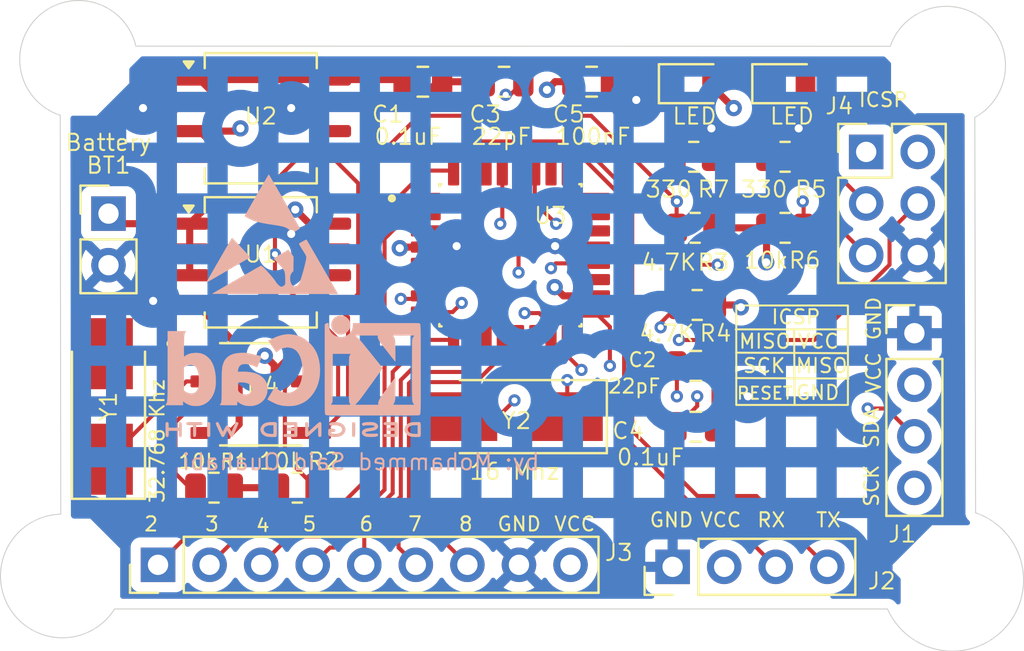
<source format=kicad_pcb>
(kicad_pcb (version 20241229) (generator "pcbnew") (generator_version "9.0")
  (title_block (title "MCU Datalogger") (date "2025-05-17") (rev "1") (company "Mohammed Said Ouahabi"))
  (layers (0 "F.Cu" signal) (4 "In1.Cu" signal) (6 "In2.Cu" signal) (2 "B.Cu" signal) (13 "F.Paste" user) (15 "B.Paste" user) (5 "F.SilkS" user "F.Silkscreen") (7 "B.SilkS" user "B.Silkscreen") (1 "F.Mask" user) (3 "B.Mask" user) (25 "Edge.Cuts" user))
  (net 0 "")
  (net 1 "GND")
  (net 2 "/Vcc")
  (net 3 "Net-(U3-PB6)")
  (net 4 "Net-(U3-PB7)")
  (net 5 "Net-(U3-AREF)")
  (net 6 "Net-(D1-K)")
  (net 7 "/SCK")
  (net 8 "Net-(D2-K)")
  (net 9 "/SDA")
  (net 10 "/RX")
  (net 11 "/TX")
  (net 12 "/D8")
  (net 13 "/D5")
  (net 14 "/D4")
  (net 15 "/D2")
  (net 16 "/D7")
  (net 17 "/D6")
  (net 18 "/D3")
  (net 19 "/MOSI")
  (net 20 "/MISO")
  (net 21 "/RESET")
  (net 22 "Net-(U4-~{INTA})")
  (net 23 "Net-(U4-SQW{slash}~INT)")
  (net 33 "Net-(U4-X1)")
  (net 34 "Net-(U4-X2)")
  (net 35 "/SCL")
  (footprint "Resistor_SMD:R_0805_2012Metric" (layer "F.Cu") (at 152.33 67.2)
    (property "Reference" "R7" (at 0.97 1.6 0) (layer "F.SilkS") (effects (font (size 0.8 0.8) (thickness 0.1))))
    (property "Value" "330" (at -1.23 1.6 0) (layer "F.SilkS") (effects (font (size 0.8 0.8) (thickness 0.1))))
    (pad "1" smd roundrect (at -0.9125 0) (size 1.025 1.4) (layers "F.Cu" "F.Mask" "F.Paste") (roundrect_rratio 0.243902) (net 8 "Net-(D2-K)"))
    (pad "2" smd roundrect (at 0.9125 0) (size 1.025 1.4) (layers "F.Cu" "F.Mask" "F.Paste") (roundrect_rratio 0.243902) (net 1 "GND"))
  )
  (footprint "Resistor_SMD:R_0805_2012Metric" (layer "F.Cu") (at 156.83 70.7)
    (property "Reference" "R6" (at 0.97 1.6 0) (layer "F.SilkS") (effects (font (size 0.8 0.8) (thickness 0.1))))
    (property "Value" "10k" (at -0.93 1.6 0) (layer "F.SilkS") (effects (font (size 0.8 0.8) (thickness 0.1))))
    (pad "1" smd roundrect (at -0.9125 0) (size 1.025 1.4) (layers "F.Cu" "F.Mask" "F.Paste") (roundrect_rratio 0.243902) (net 2 "/Vcc"))
    (pad "2" smd roundrect (at 0.9125 0) (size 1.025 1.4) (layers "F.Cu" "F.Mask" "F.Paste") (roundrect_rratio 0.243902) (net 21 "/RESET"))
  )
  (footprint "Capacitor_SMD:C_0805_2012Metric" (layer "F.Cu") (at 152.43 80.5 180)
    (property "Reference" "C4" (at 3.33 -0.2 0) (layer "F.SilkS") (effects (font (size 0.8 0.8) (thickness 0.1))))
    (property "Value" "0.1uF" (at 2.23 -1.5 0) (layer "F.SilkS") (effects (font (size 0.8 0.8) (thickness 0.1))))
    (pad "1" smd roundrect (at -0.95 0 180) (size 1 1.45) (layers "F.Cu" "F.Mask" "F.Paste") (net 1 "GND"))
    (pad "2" smd roundrect (at 0.95 0 180) (size 1 1.45) (layers "F.Cu" "F.Mask" "F.Paste") (net 5 "Net-(U3-AREF)"))
  )
  (footprint "Connector_PinHeader_2.54mm:PinHeader_1x02_P2.54mm_Vertical" (layer "F.Cu") (at 123.5 70)
    (property "Reference" "BT1" (at 0 -2.38 0) (layer "F.SilkS") (effects (font (size 0.8 0.8) (thickness 0.1))))
    (property "Value" "Battery" (at 0 -3.5 0) (layer "F.SilkS") (effects (font (size 0.8 0.8) (thickness 0.1))))
    (pad "1" thru_hole rect (at 0 0) (size 1.7 1.7) (drill 1) (layers "*.Cu" "*.Mask") (net 2 "/Vcc"))
    (pad "2" thru_hole circle (at 0 2.54) (size 1.7 1.7) (drill 1) (layers "*.Cu" "*.Mask") (net 1 "GND"))
  )
  (footprint "Crystal:Crystal_SMD_5032-2Pin_5.0x3.2mm_HandSoldering" (layer "F.Cu") (at 143.5 80 180)
    (property "Reference" "Y2" (at -0.1 -0.2 0) (layer "F.SilkS") (effects (font (size 0.8 0.8) (thickness 0.1))))
    (property "Value" "16 Mhz" (at 0 -2.7 0) (layer "F.SilkS") (effects (font (size 0.8 0.8) (thickness 0.1))))
    (pad "1" smd rect (at -2.6 0 180) (size 3.5 2.4) (layers "F.Cu" "F.Mask" "F.Paste") (net 4 "Net-(U3-PB7)"))
    (pad "2" smd rect (at 2.6 0 180) (size 3.5 2.4) (layers "F.Cu" "F.Mask" "F.Paste") (net 3 "Net-(U3-PB6)"))
  )
  (footprint "LED_SMD:LED_0805_2012Metric" (layer "F.Cu") (at 152.3 63.6)
    (property "Reference" "D2" (hide yes))
    (property "Value" "LED" (at 0.07 1.6 0) (layer "F.SilkS") (effects (font (size 0.8 0.8) (thickness 0.1))))
    (pad "1" smd roundrect (at -0.9375 0) (size 0.975 1.4) (layers "F.Cu" "F.Mask" "F.Paste") (net 8 "Net-(D2-K)"))
    (pad "2" smd roundrect (at 0.9375 0) (size 0.975 1.4) (layers "F.Cu" "F.Mask" "F.Paste") (net 2 "/Vcc"))
  )
  (footprint "Package_SO:SOIC-8_5.3x6.2mm_P1.27mm" (layer "F.Cu") (at 131 72.4)
    (property "Reference" "U1" (at 0 -0.4 0) (layer "F.SilkS") (effects (font (size 0.8 0.8) (thickness 0.1))))
    (property "Value" "24LC1025" (hide yes))
    (pad "1" smd roundrect (at -3.5 -1.905) (size 1.9 0.6) (layers "F.Cu" "F.Mask" "F.Paste") (net 2 "/Vcc"))
    (pad "2" smd roundrect (at -3.5 -0.635) (size 1.9 0.6) (layers "F.Cu" "F.Mask" "F.Paste") (net 2 "/Vcc"))
    (pad "3" smd roundrect (at -3.5 0.635) (size 1.9 0.6) (layers "F.Cu" "F.Mask" "F.Paste") (net 2 "/Vcc"))
    (pad "4" smd roundrect (at -3.5 1.905) (size 1.9 0.6) (layers "F.Cu" "F.Mask" "F.Paste") (net 1 "GND"))
    (pad "5" smd roundrect (at 3.5 1.905) (size 1.9 0.6) (layers "F.Cu" "F.Mask" "F.Paste") (net 9 "/SDA"))
    (pad "6" smd roundrect (at 3.5 0.635) (size 1.9 0.6) (layers "F.Cu" "F.Mask" "F.Paste") (net 35 "/SCL"))
    (pad "7" smd roundrect (at 3.5 -0.635) (size 1.9 0.6) (layers "F.Cu" "F.Mask" "F.Paste") (net 1 "GND"))
    (pad "8" smd roundrect (at 3.5 -1.905) (size 1.9 0.6) (layers "F.Cu" "F.Mask" "F.Paste") (net 2 "/Vcc"))
  )
  (footprint "Connector_PinHeader_2.54mm:PinHeader_1x04_P2.54mm_Vertical" (layer "F.Cu") (at 163.2 75.89)
    (property "Reference" "J1" (at -0.6 9.9 0) (layer "F.SilkS") (effects (font (size 0.8 0.8) (thickness 0.1))))
    (property "Value" "Conn_01x04_Pin" (hide yes))
    (pad "1" thru_hole rect (at 0 0) (size 1.7 1.7) (drill 1) (layers "*.Cu" "*.Mask") (net 1 "GND"))
    (pad "2" thru_hole circle (at 0 2.54) (size 1.7 1.7) (drill 1) (layers "*.Cu" "*.Mask") (net 2 "/Vcc"))
    (pad "3" thru_hole circle (at 0 5.08) (size 1.7 1.7) (drill 1) (layers "*.Cu" "*.Mask") (net 9 "/SDA"))
    (pad "4" thru_hole circle (at 0 7.62) (size 1.7 1.7) (drill 1) (layers "*.Cu" "*.Mask") (net 35 "/SCL"))
  )
  (footprint "Crystal:Crystal_SMD_5032-2Pin_5.0x3.2mm_HandSoldering" (layer "F.Cu") (at 123.5 79.5 90)
    (property "Reference" "Y1" (at 0 0 90) (layer "F.SilkS") (effects (font (size 0.8 0.8) (thickness 0.1))))
    (property "Value" "32.768 Khz" (at -1.7 2.4 90) (layer "F.SilkS") (effects (font (size 0.7 0.7) (thickness 0.1))))
    (pad "1" smd rect (at -2.6 0 90) (size 3.5 2.4) (layers "F.Cu" "F.Mask" "F.Paste") (net 34 "Net-(U4-X2)"))
    (pad "2" smd rect (at 2.6 0 90) (size 3.5 2.4) (layers "F.Cu" "F.Mask" "F.Paste") (net 33 "Net-(U4-X1)"))
  )
  (footprint "Connector_PinHeader_2.54mm:PinHeader_1x04_P2.54mm_Vertical" (layer "F.Cu") (at 151.29 87.4 90)
    (property "Reference" "J2" (at -0.7 10.3 180) (layer "F.SilkS") (effects (font (size 0.8 0.8) (thickness 0.1))))
    (property "Value" "Conn_01x04_Pin" (hide yes))
    (pad "1" thru_hole rect (at 0 0 90) (size 1.7 1.7) (drill 1) (layers "*.Cu" "*.Mask") (net 1 "GND"))
    (pad "2" thru_hole circle (at 0 2.54 90) (size 1.7 1.7) (drill 1) (layers "*.Cu" "*.Mask") (net 2 "/Vcc"))
    (pad "3" thru_hole circle (at 0 5.08 90) (size 1.7 1.7) (drill 1) (layers "*.Cu" "*.Mask") (net 10 "/RX"))
    (pad "4" thru_hole circle (at 0 7.62 90) (size 1.7 1.7) (drill 1) (layers "*.Cu" "*.Mask") (net 11 "/TX"))
  )
  (footprint "ATMEGA328P-AU:QFP80P900X900X120-32N" (layer "F.Cu") (at 143.3 72.05)
    (property "Reference" "U3" (at 1.97 -1.95 0) (layer "F.SilkS") (effects (font (size 0.8 0.8) (thickness 0.1))))
    (property "Value" "ATMEGA328P-AU" (hide yes))
    (pad "1" smd roundrect (at -4.17 -2.8) (size 1.47 0.55) (layers "F.Cu" "F.Mask" "F.Paste") (roundrect_rratio 0.125) (net 18 "/D3"))
    (pad "2" smd roundrect (at -4.17 -2) (size 1.47 0.55) (layers "F.Cu" "F.Mask" "F.Paste") (roundrect_rratio 0.125) (net 14 "/D4"))
    (pad "3" smd roundrect (at -4.17 -1.2) (size 1.47 0.55) (layers "F.Cu" "F.Mask" "F.Paste") (roundrect_rratio 0.125) (net 1 "GND"))
    (pad "4" smd roundrect (at -4.17 -0.4) (size 1.47 0.55) (layers "F.Cu" "F.Mask" "F.Paste") (roundrect_rratio 0.125) (net 2 "/Vcc"))
    (pad "5" smd roundrect (at -4.17 0.4) (size 1.47 0.55) (layers "F.Cu" "F.Mask" "F.Paste") (roundrect_rratio 0.125) (net 1 "GND"))
    (pad "6" smd roundrect (at -4.17 1.2) (size 1.47 0.55) (layers "F.Cu" "F.Mask" "F.Paste") (roundrect_rratio 0.125))
    (pad "7" smd roundrect (at -4.17 2) (size 1.47 0.55) (layers "F.Cu" "F.Mask" "F.Paste") (roundrect_rratio 0.125) (net 3 "Net-(U3-PB6)"))
    (pad "8" smd roundrect (at -4.17 2.8) (size 1.47 0.55) (layers "F.Cu" "F.Mask" "F.Paste") (roundrect_rratio 0.125) (net 4 "Net-(U3-PB7)"))
    (pad "9" smd roundrect (at -2.8 4.17) (size 0.55 1.47) (layers "F.Cu" "F.Mask" "F.Paste") (roundrect_rratio 0.125) (net 13 "/D5"))
    (pad "10" smd roundrect (at -2 4.17) (size 0.55 1.47) (layers "F.Cu" "F.Mask" "F.Paste") (roundrect_rratio 0.125) (net 17 "/D6"))
    (pad "11" smd roundrect (at -1.2 4.17) (size 0.55 1.47) (layers "F.Cu" "F.Mask" "F.Paste") (roundrect_rratio 0.125) (net 16 "/D7"))
    (pad "12" smd roundrect (at -0.4 4.17) (size 0.55 1.47) (layers "F.Cu" "F.Mask" "F.Paste") (roundrect_rratio 0.125) (net 12 "/D8"))
    (pad "13" smd roundrect (at 0.4 4.17) (size 0.55 1.47) (layers "F.Cu" "F.Mask" "F.Paste") (roundrect_rratio 0.125))
    (pad "14" smd roundrect (at 1.2 4.17) (size 0.55 1.47) (layers "F.Cu" "F.Mask" "F.Paste") (roundrect_rratio 0.125))
    (pad "15" smd roundrect (at 2 4.17) (size 0.55 1.47) (layers "F.Cu" "F.Mask" "F.Paste") (roundrect_rratio 0.125) (net 19 "/MOSI"))
    (pad "16" smd roundrect (at 2.8 4.17) (size 0.55 1.47) (layers "F.Cu" "F.Mask" "F.Paste") (roundrect_rratio 0.125) (net 20 "/MISO"))
    (pad "17" smd roundrect (at 4.17 2.8) (size 1.47 0.55) (layers "F.Cu" "F.Mask" "F.Paste") (roundrect_rratio 0.125) (net 7 "/SCK"))
    (pad "18" smd roundrect (at 4.17 2) (size 1.47 0.55) (layers "F.Cu" "F.Mask" "F.Paste") (roundrect_rratio 0.125) (net 2 "/Vcc"))
    (pad "19" smd roundrect (at 4.17 1.2) (size 1.47 0.55) (layers "F.Cu" "F.Mask" "F.Paste") (roundrect_rratio 0.125))
    (pad "20" smd roundrect (at 4.17 0.4) (size 1.47 0.55) (layers "F.Cu" "F.Mask" "F.Paste") (roundrect_rratio 0.125) (net 5 "Net-(U3-AREF)"))
    (pad "21" smd roundrect (at 4.17 -0.4) (size 1.47 0.55) (layers "F.Cu" "F.Mask" "F.Paste") (roundrect_rratio 0.125) (net 1 "GND"))
    (pad "22" smd roundrect (at 4.17 -1.2) (size 1.47 0.55) (layers "F.Cu" "F.Mask" "F.Paste") (roundrect_rratio 0.125))
    (pad "23" smd roundrect (at 4.17 -2) (size 1.47 0.55) (layers "F.Cu" "F.Mask" "F.Paste") (roundrect_rratio 0.125))
    (pad "24" smd roundrect (at 4.17 -2.8) (size 1.47 0.55) (layers "F.Cu" "F.Mask" "F.Paste") (roundrect_rratio 0.125))
    (pad "25" smd roundrect (at 2.8 -4.17) (size 0.55 1.47) (layers "F.Cu" "F.Mask" "F.Paste") (roundrect_rratio 0.125))
    (pad "26" smd roundrect (at 2 -4.17) (size 0.55 1.47) (layers "F.Cu" "F.Mask" "F.Paste") (roundrect_rratio 0.125))
    (pad "27" smd roundrect (at 1.2 -4.17) (size 0.55 1.47) (layers "F.Cu" "F.Mask" "F.Paste") (roundrect_rratio 0.125) (net 9 "/SDA"))
    (pad "28" smd roundrect (at 0.4 -4.17) (size 0.55 1.47) (layers "F.Cu" "F.Mask" "F.Paste") (roundrect_rratio 0.125) (net 35 "/SCL"))
    (pad "29" smd roundrect (at -0.4 -4.17) (size 0.55 1.47) (layers "F.Cu" "F.Mask" "F.Paste") (roundrect_rratio 0.125) (net 21 "/RESET"))
    (pad "30" smd roundrect (at -1.2 -4.17) (size 0.55 1.47) (layers "F.Cu" "F.Mask" "F.Paste") (roundrect_rratio 0.125) (net 10 "/RX"))
    (pad "31" smd roundrect (at -2 -4.17) (size 0.55 1.47) (layers "F.Cu" "F.Mask" "F.Paste") (roundrect_rratio 0.125) (net 11 "/TX"))
    (pad "32" smd roundrect (at -2.8 -4.17) (size 0.55 1.47) (layers "F.Cu" "F.Mask" "F.Paste") (roundrect_rratio 0.125) (net 15 "/D2"))
  )
  (footprint "Connector_PinHeader_2.54mm:PinHeader_1x09_P2.54mm_Vertical" (layer "F.Cu") (at 125.94 87.3 90)
    (property "Reference" "J3" (at 0.6 22.7 0) (layer "F.SilkS") (effects (font (size 0.8 0.8) (thickness 0.1))))
    (property "Value" "Conn_01x09_Pin" (hide yes))
    (pad "1" thru_hole rect (at 0 0 90) (size 1.7 1.7) (drill 1) (layers "*.Cu" "*.Mask") (net 15 "/D2"))
    (pad "2" thru_hole circle (at 0 2.54 90) (size 1.7 1.7) (drill 1) (layers "*.Cu" "*.Mask") (net 18 "/D3"))
    (pad "3" thru_hole circle (at 0 5.08 90) (size 1.7 1.7) (drill 1) (layers "*.Cu" "*.Mask") (net 14 "/D4"))
    (pad "4" thru_hole circle (at 0 7.62 90) (size 1.7 1.7) (drill 1) (layers "*.Cu" "*.Mask") (net 13 "/D5"))
    (pad "5" thru_hole circle (at 0 10.16 90) (size 1.7 1.7) (drill 1) (layers "*.Cu" "*.Mask") (net 17 "/D6"))
    (pad "6" thru_hole circle (at 0 12.7 90) (size 1.7 1.7) (drill 1) (layers "*.Cu" "*.Mask") (net 16 "/D7"))
    (pad "7" thru_hole circle (at 0 15.24 90) (size 1.7 1.7) (drill 1) (layers "*.Cu" "*.Mask") (net 12 "/D8"))
    (pad "8" thru_hole circle (at 0 17.78 90) (size 1.7 1.7) (drill 1) (layers "*.Cu" "*.Mask") (net 1 "GND"))
    (pad "9" thru_hole circle (at 0 20.32 90) (size 1.7 1.7) (drill 1) (layers "*.Cu" "*.Mask") (net 2 "/Vcc"))
  )
  (footprint "Capacitor_SMD:C_0805_2012Metric" (layer "F.Cu") (at 142.986058 63.502699)
    (property "Reference" "C3" (at -0.93 1.6 0) (layer "F.SilkS") (effects (font (size 0.8 0.8) (thickness 0.1))))
    (property "Value" "22pF" (at -0.13 2.7 0) (layer "F.SilkS") (effects (font (size 0.8 0.8) (thickness 0.1))))
    (pad "1" smd roundrect (at -0.95 0) (size 1 1.45) (layers "F.Cu" "F.Mask" "F.Paste") (net 1 "GND"))
    (pad "2" smd roundrect (at 0.95 0) (size 1 1.45) (layers "F.Cu" "F.Mask" "F.Paste") (net 4 "Net-(U3-PB7)"))
  )
  (footprint "Resistor_SMD:R_0805_2012Metric" (layer "F.Cu") (at 152.4 70.7 180)
    (property "Reference" "R3" (at -0.9 -1.7 0) (layer "F.SilkS") (effects (font (size 0.8 0.8) (thickness 0.1))))
    (property "Value" "4.7K" (at 1.3 -1.7 0) (layer "F.SilkS") (effects (font (size 0.8 0.8) (thickness 0.1))))
    (pad "1" smd roundrect (at -0.9125 0 180) (size 1.025 1.4) (layers "F.Cu" "F.Mask" "F.Paste") (roundrect_rratio 0.243902) (net 2 "/Vcc"))
    (pad "2" smd roundrect (at 0.9125 0 180) (size 1.025 1.4) (layers "F.Cu" "F.Mask" "F.Paste") (roundrect_rratio 0.243902) (net 9 "/SDA"))
  )
  (footprint "Connector_PinHeader_2.54mm:PinHeader_2x03_P2.54mm_Vertical" (layer "F.Cu") (at 160.825 66.96)
    (property "Reference" "J4" (at -1.325 -2.26 0) (layer "F.SilkS") (effects (font (size 0.8 0.8) (thickness 0.1))))
    (property "Value" "Conn_02x03_Odd_Even" (hide yes))
    (pad "1" thru_hole rect (at 0 0) (size 1.7 1.7) (drill 1) (layers "*.Cu" "*.Mask") (net 20 "/MISO"))
    (pad "2" thru_hole circle (at 2.54 0) (size 1.7 1.7) (drill 1) (layers "*.Cu" "*.Mask") (net 2 "/Vcc"))
    (pad "3" thru_hole circle (at 0 2.54) (size 1.7 1.7) (drill 1) (layers "*.Cu" "*.Mask") (net 7 "/SCK"))
    (pad "4" thru_hole circle (at 2.54 2.54) (size 1.7 1.7) (drill 1) (layers "*.Cu" "*.Mask") (net 19 "/MOSI"))
    (pad "5" thru_hole circle (at 0 5.08) (size 1.7 1.7) (drill 1) (layers "*.Cu" "*.Mask") (net 21 "/RESET"))
    (pad "6" thru_hole circle (at 2.54 5.08) (size 1.7 1.7) (drill 1) (layers "*.Cu" "*.Mask") (net 1 "GND"))
  )
  (footprint "MountingHole:MountingHole_2.1mm" (layer "F.Cu") (at 122 62.5)
    (property "Reference" "H1" (hide yes))
    (property "Value" "MountingHole" (hide yes))
    (pad "" np_thru_hole circle (at 0 0) (size 2.1 2.1) (drill 2.1) (layers "*.Cu" "*.Mask"))
  )
  (footprint "Capacitor_SMD:C_0805_2012Metric" (layer "F.Cu") (at 152.43 77.5 180)
    (property "Reference" "C2" (at 2.63 0.3 0) (layer "F.SilkS") (effects (font (size 0.7 0.7) (thickness 0.1))))
    (property "Value" "22pF" (at 3.03 -1 0) (layer "F.SilkS") (effects (font (size 0.7 0.7) (thickness 0.1))))
    (pad "1" smd roundrect (at -0.95 0 180) (size 1 1.45) (layers "F.Cu" "F.Mask" "F.Paste") (net 1 "GND"))
    (pad "2" smd roundrect (at 0.95 0 180) (size 1 1.45) (layers "F.Cu" "F.Mask" "F.Paste") (net 3 "Net-(U3-PB6)"))
  )
  (footprint "MountingHole:MountingHole_2.1mm" (layer "F.Cu") (at 165 88)
    (property "Reference" "H4" (hide yes))
    (property "Value" "MountingHole" (hide yes))
    (pad "" np_thru_hole circle (at 0 0) (size 2.1 2.1) (drill 2.1) (layers "*.Cu" "*.Mask"))
  )
  (footprint "Package_SO:SOIC-8_5.3x6.2mm_P1.27mm" (layer "F.Cu") (at 131 65.3)
    (property "Reference" "U2" (at 0 -0.1 0) (layer "F.SilkS") (effects (font (size 0.8 0.8) (thickness 0.1))))
    (property "Value" "24LC1025" (hide yes))
    (pad "1" smd roundrect (at -3.5 -1.905) (size 1.9 0.6) (layers "F.Cu" "F.Mask" "F.Paste") (net 2 "/Vcc"))
    (pad "2" smd roundrect (at -3.5 -0.635) (size 1.9 0.6) (layers "F.Cu" "F.Mask" "F.Paste") (net 1 "GND"))
    (pad "3" smd roundrect (at -3.5 0.635) (size 1.9 0.6) (layers "F.Cu" "F.Mask" "F.Paste") (net 2 "/Vcc"))
    (pad "4" smd roundrect (at -3.5 1.905) (size 1.9 0.6) (layers "F.Cu" "F.Mask" "F.Paste") (net 1 "GND"))
    (pad "5" smd roundrect (at 3.5 1.905) (size 1.9 0.6) (layers "F.Cu" "F.Mask" "F.Paste") (net 9 "/SDA"))
    (pad "6" smd roundrect (at 3.5 0.635) (size 1.9 0.6) (layers "F.Cu" "F.Mask" "F.Paste") (net 35 "/SCL"))
    (pad "7" smd roundrect (at 3.5 -0.635) (size 1.9 0.6) (layers "F.Cu" "F.Mask" "F.Paste") (net 1 "GND"))
    (pad "8" smd roundrect (at 3.5 -1.905) (size 1.9 0.6) (layers "F.Cu" "F.Mask" "F.Paste") (net 2 "/Vcc"))
  )
  (footprint "Resistor_SMD:R_0805_2012Metric" (layer "F.Cu") (at 132.8 83.5)
    (property "Reference" "R2" (at 1.3 -1.3 0) (layer "F.SilkS") (effects (font (size 0.8 0.8) (thickness 0.1))))
    (property "Value" "10k" (at -0.8 -1.3 0) (layer "F.SilkS") (effects (font (size 0.8 0.8) (thickness 0.1))))
    (pad "1" smd roundrect (at -0.9125 0) (size 1.025 1.4) (layers "F.Cu" "F.Mask" "F.Paste") (roundrect_rratio 0.243902) (net 2 "/Vcc"))
    (pad "2" smd roundrect (at 0.9125 0) (size 1.025 1.4) (layers "F.Cu" "F.Mask" "F.Paste") (roundrect_rratio 0.243902) (net 23 "Net-(U4-SQW{slash}~INT)"))
  )
  (footprint "MountingHole:MountingHole_2.1mm" (layer "F.Cu") (at 165 62.5)
    (property "Reference" "H3" (hide yes))
    (property "Value" "MountingHole" (hide yes))
    (pad "" np_thru_hole circle (at 0 0) (size 2.1 2.1) (drill 2.1) (layers "*.Cu" "*.Mask"))
  )
  (footprint "Resistor_SMD:R_0805_2012Metric" (layer "F.Cu") (at 156.83 67.2 180)
    (property "Reference" "R5" (at -1.27 -1.6 0) (layer "F.SilkS") (effects (font (size 0.8 0.8) (thickness 0.1))))
    (property "Value" "330" (at 1.03 -1.6 0) (layer "F.SilkS") (effects (font (size 0.8 0.8) (thickness 0.1))))
    (pad "1" smd roundrect (at -0.9125 0 180) (size 1.025 1.4) (layers "F.Cu" "F.Mask" "F.Paste") (roundrect_rratio 0.243902) (net 1 "GND"))
    (pad "2" smd roundrect (at 0.9125 0 180) (size 1.025 1.4) (layers "F.Cu" "F.Mask" "F.Paste") (roundrect_rratio 0.243902) (net 6 "Net-(D1-K)"))
  )
  (footprint "DS1337S_:SOIC127P600X175-8N" (layer "F.Cu") (at 131 78.9)
    (property "Reference" "U4" (at 0.1 -0.4 0) (layer "F.SilkS") (effects (font (size 0.8 0.8) (thickness 0.1))))
    (property "Value" "DS1337S_" (hide yes))
    (pad "1" smd roundrect (at -2.475 -1.905) (size 1.97 0.59) (layers "F.Cu" "F.Mask" "F.Paste") (roundrect_rratio 0.125) (net 33 "Net-(U4-X1)"))
    (pad "2" smd roundrect (at -2.475 -0.635) (size 1.97 0.59) (layers "F.Cu" "F.Mask" "F.Paste") (roundrect_rratio 0.125) (net 34 "Net-(U4-X2)"))
    (pad "3" smd roundrect (at -2.475 0.635) (size 1.97 0.59) (layers "F.Cu" "F.Mask" "F.Paste") (roundrect_rratio 0.125) (net 22 "Net-(U4-~{INTA})"))
    (pad "4" smd roundrect (at -2.475 1.905) (size 1.97 0.59) (layers "F.Cu" "F.Mask" "F.Paste") (roundrect_rratio 0.125) (net 1 "GND"))
    (pad "5" smd roundrect (at 2.475 1.905) (size 1.97 0.59) (layers "F.Cu" "F.Mask" "F.Paste") (roundrect_rratio 0.125) (net 9 "/SDA"))
    (pad "6" smd roundrect (at 2.475 0.635) (size 1.97 0.59) (layers "F.Cu" "F.Mask" "F.Paste") (roundrect_rratio 0.125) (net 35 "/SCL"))
    (pad "7" smd roundrect (at 2.475 -0.635) (size 1.97 0.59) (layers "F.Cu" "F.Mask" "F.Paste") (roundrect_rratio 0.125) (net 23 "Net-(U4-SQW{slash}~INT)"))
    (pad "8" smd roundrect (at 2.475 -1.905) (size 1.97 0.59) (layers "F.Cu" "F.Mask" "F.Paste") (roundrect_rratio 0.125) (net 2 "/Vcc"))
  )
  (footprint "MountingHole:MountingHole_2.1mm" (layer "F.Cu") (at 121.5 87.5)
    (property "Reference" "H2" (hide yes))
    (property "Value" "MountingHole" (hide yes))
    (pad "" np_thru_hole circle (at 0 0) (size 2.1 2.1) (drill 2.1) (layers "*.Cu" "*.Mask"))
  )
  (footprint "Resistor_SMD:R_0805_2012Metric" (layer "F.Cu") (at 128.7 83.5 180)
    (property "Reference" "R1" (at -1 1.3 0) (layer "F.SilkS") (effects (font (size 0.7 0.7) (thickness 0.1))))
    (property "Value" "10k" (at 0.8 1.3 0) (layer "F.SilkS") (effects (font (size 0.7 0.7) (thickness 0.1))))
    (pad "1" smd roundrect (at -0.9125 0 180) (size 1.025 1.4) (layers "F.Cu" "F.Mask" "F.Paste") (roundrect_rratio 0.243902) (net 2 "/Vcc"))
    (pad "2" smd roundrect (at 0.9125 0 180) (size 1.025 1.4) (layers "F.Cu" "F.Mask" "F.Paste") (roundrect_rratio 0.243902) (net 22 "Net-(U4-~{INTA})"))
  )
  (footprint "LED_SMD:LED_0805_2012Metric" (layer "F.Cu") (at 156.9 63.6)
    (property "Reference" "D1" (hide yes))
    (property "Value" "LED" (at 0.27 1.6 0) (layer "F.SilkS") (effects (font (size 0.8 0.8) (thickness 0.1))))
    (pad "1" smd roundrect (at -0.9375 0) (size 0.975 1.4) (layers "F.Cu" "F.Mask" "F.Paste") (net 6 "Net-(D1-K)"))
    (pad "2" smd roundrect (at 0.9375 0) (size 0.975 1.4) (layers "F.Cu" "F.Mask" "F.Paste") (net 7 "/SCK"))
  )
  (footprint "Capacitor_SMD:C_0805_2012Metric" (layer "F.Cu") (at 138.986058 63.502699)
    (property "Reference" "C1" (at -1.73 1.6 0) (layer "F.SilkS") (effects (font (size 0.8 0.8) (thickness 0.1))))
    (property "Value" "0.1uF" (at -0.73 2.7 0) (layer "F.SilkS") (effects (font (size 0.8 0.8) (thickness 0.1))))
    (pad "1" smd roundrect (at -0.95 0) (size 1 1.45) (layers "F.Cu" "F.Mask" "F.Paste") (net 2 "/Vcc"))
    (pad "2" smd roundrect (at 0.95 0) (size 1 1.45) (layers "F.Cu" "F.Mask" "F.Paste") (net 1 "GND"))
  )
  (footprint "Capacitor_SMD:C_0805_2012Metric" (layer "F.Cu") (at 147.3 63.5)
    (property "Reference" "C5" (at -1.13 1.6 0) (layer "F.SilkS") (effects (font (size 0.8 0.8) (thickness 0.1))))
    (property "Value" "100nF" (at 0.07 2.7 0) (layer "F.SilkS") (effects (font (size 0.8 0.8) (thickness 0.1))))
    (pad "1" smd roundrect (at -0.95 0) (size 1 1.45) (layers "F.Cu" "F.Mask" "F.Paste") (net 2 "/Vcc"))
    (pad "2" smd roundrect (at 0.95 0) (size 1 1.45) (layers "F.Cu" "F.Mask" "F.Paste") (net 1 "GND"))
  )
  (footprint "Resistor_SMD:R_0805_2012Metric" (layer "F.Cu") (at 152.5 74.5 180)
    (property "Reference" "R4" (at -0.9 -1.4 0) (layer "F.SilkS") (effects (font (size 0.8 0.8) (thickness 0.1))))
    (property "Value" "4.7K" (at 1.5 -1.4 0) (layer "F.SilkS") (effects (font (size 0.8 0.8) (thickness 0.1))))
    (pad "1" smd roundrect (at -0.9125 0 180) (size 1.025 1.4) (layers "F.Cu" "F.Mask" "F.Paste") (roundrect_rratio 0.243902) (net 2 "/Vcc"))
    (pad "2" smd roundrect (at 0.9125 0 180) (size 1.025 1.4) (layers "F.Cu" "F.Mask" "F.Paste") (roundrect_rratio 0.243902) (net 35 "/SCL"))
  )
  (footprint "Symbol:KiCad-Logo2_5mm_SilkScreen" (layer "B.Cu") (at 132.6 78 180)
    (property "Reference" "REF**" (hide yes))
    (property "Value" "KiCad-Logo2_5mm_SilkScreen" (hide yes))
  )
  (footprint "Symbol:ESD-Logo_6.6x6mm_SilkScreen" (layer "B.Cu") (at 131.55 71 180)
    (property "Reference" "REF**" (hide yes))
    (property "Value" "ESD-Logo_6.6x6mm_SilkScreen" (hide yes))
  )
  (gr_line (start 154.425 78.1) (end 159.95 78.125) (stroke (width 0.1)) (layer "F.SilkS"))
  (gr_line (start 157.275 75.725) (end 157.3 79.425) (stroke (width 0.1)) (layer "F.SilkS"))
  (gr_line (start 154.425 76.85) (end 159.925 76.875) (stroke (width 0.1)) (layer "F.SilkS"))
  (gr_line (start 154.4 75.7) (end 159.925 75.7) (stroke (width 0.1)) (layer "F.SilkS"))
  (gr_rect (start 154.425 74.525) (end 159.925 79.425) (stroke (width 0.1)) (fill no) (layer "F.SilkS"))
  (gr_arc (start 166.215254 84.737834) (mid 167.657794 90.41639) (end 161.875 89.475) (stroke (width 0.05)) (layer "Edge.Cuts"))
  (gr_arc (start 123.8 89.475) (mid 118.57752 89.354028) (end 121.147614 84.806111) (stroke (width 0.05)) (layer "Edge.Cuts"))
  (gr_arc (start 162.011532 61.756523) (mid 166.65 60.475) (end 166.174382 65.263681) (stroke (width 0.05)) (layer "Edge.Cuts"))
  (gr_line (start 162.011532 61.756525) (end 124.85 61.750002) (stroke (width 0.05)) (layer "Edge.Cuts"))
  (gr_line (start 166.215254 84.737834) (end 166.175 65.263681) (stroke (width 0.05)) (layer "Edge.Cuts"))
  (gr_line (start 123.8 89.474998) (end 161.875002 89.474998) (stroke (width 0.05)) (layer "Edge.Cuts"))
  (gr_arc (start 121.123357 65.155025) (mid 120.069655 60.259965) (end 124.85 61.75) (stroke (width 0.05)) (layer "Edge.Cuts"))
  (gr_line (start 121.125001 65.15) (end 121.147636 84.806111) (stroke (width 0.05)) (layer "Edge.Cuts"))
  (gr_text "GND" (at 157.3 79.225 0) (layer "F.SilkS") (effects (font (size 0.7 0.7) (thickness 0.1)) (justify left bottom)))
  (gr_text "ICSP" (at 160.4 64.8 0) (layer "F.SilkS") (effects (font (size 0.7 0.7) (thickness 0.1)) (justify left bottom)))
  (gr_text "2" (at 125.2 85.7 0) (layer "F.SilkS") (effects (font (size 0.7 0.7) (thickness 0.1)) (justify left bottom)))
  (gr_text "3" (at 128.2 85.7 0) (layer "F.SilkS") (effects (font (size 0.7 0.7) (thickness 0.1)) (justify left bottom)))
  (gr_text "7" (at 138.2 85.7 0) (layer "F.SilkS") (effects (font (size 0.7 0.7) (thickness 0.1)) (justify left bottom)))
  (gr_text "TX" (at 158.3 85.5 0) (layer "F.SilkS") (effects (font (size 0.7 0.7) (thickness 0.1)) (justify left bottom)))
  (gr_text "GND" (at 161.6 76.3 90) (layer "F.SilkS") (effects (font (size 0.7 0.7) (thickness 0.1)) (justify left bottom)))
  (gr_text "8\n" (at 140.7 85.7 0) (layer "F.SilkS") (effects (font (size 0.7 0.7) (thickness 0.1)) (justify left bottom)))
  (gr_text "6\n" (at 135.8 85.7 0) (layer "F.SilkS") (effects (font (size 0.7 0.7) (thickness 0.1)) (justify left bottom)))
  (gr_text "SCK" (at 161.5 84.5 90) (layer "F.SilkS") (effects (font (size 0.7 0.7) (thickness 0.1)) (justify left bottom)))
  (gr_text "VCC\n" (at 152.6 85.5 0) (layer "F.SilkS") (effects (font (size 0.7 0.7) (thickness 0.1)) (justify left bottom)))
  (gr_text "RESET" (at 154.4 79.2 0) (layer "F.SilkS") (effects (font (size 0.6 0.6) (thickness 0.1)) (justify left bottom)))
  (gr_text "GND" (at 142.6 85.7 0) (layer "F.SilkS") (effects (font (size 0.7 0.7) (thickness 0.1)) (justify left bottom)))
  (gr_text "VCC" (at 161.6 78.9 90) (layer "F.SilkS") (effects (font (size 0.7 0.7) (thickness 0.1)) (justify left bottom)))
  (gr_text "VCC\n" (at 145.4 85.7 0) (layer "F.SilkS") (effects (font (size 0.7 0.7) (thickness 0.1)) (justify left bottom)))
  (gr_text "RX" (at 155.4 85.5 0) (layer "F.SilkS") (effects (font (size 0.7 0.7) (thickness 0.1)) (justify left bottom)))
  (gr_text "5\n" (at 133 85.7 0) (layer "F.SilkS") (effects (font (size 0.7 0.7) (thickness 0.1)) (justify left bottom)))
  (gr_text "SCK" (at 154.7 77.9 0) (layer "F.SilkS") (effects (font (size 0.7 0.7) (thickness 0.1)) (justify left bottom)))
  (gr_text "ICSP" (at 156.1 75.5 0) (layer "F.SilkS") (effects (font (size 0.7 0.7) (thickness 0.1)) (justify left bottom)))
  (gr_text "GND" (at 150.1 85.5 0) (layer "F.SilkS") (effects (font (size 0.7 0.7) (thickness 0.1)) (justify left bottom)))
  (gr_text "MISO" (at 154.5 76.7 0) (layer "F.SilkS") (effects (font (size 0.7 0.7) (thickness 0.1)) (justify left bottom)))
  (gr_text "4\n" (at 130.7 85.717 0) (layer "F.SilkS") (effects (font (size 0.6 0.7) (thickness 0.1)) (justify left bottom)))
  (gr_text "VCC\n" (at 157.4 76.7 0) (layer "F.SilkS") (effects (font (size 0.7 0.7) (thickness 0.1)) (justify left bottom)))
  (gr_text "SDA\n" (at 161.5 81.6 90) (layer "F.SilkS") (effects (font (size 0.7 0.7) (thickness 0.1)) (justify left bottom)))
  (gr_text "MISO" (at 157.3 77.9 0) (layer "F.SilkS") (effects (font (size 0.7 0.7) (thickness 0.1)) (justify left bottom)))
  (gr_text "by: Mohammed Said Ouahabi" (at 144.8 82.7 0) (layer "B.SilkS") (effects (font (size 0.8 0.8) (thickness 0.1)) (justify left bottom mirror)))
  (segment (start 138.572994 64.653699) (end 139.723994 63.502699) (width 0.35) (layer "F.Cu") (net 1))
  (segment (start 154.95 79.05) (end 155 79) (width 0.35) (layer "F.Cu") (net 1))
  (segment (start 147.47 71.65) (end 145.55 71.65) (width 0.35) (layer "F.Cu") (net 1))
  (segment (start 134.5 64.665) (end 135.449999 64.665) (width 0.35) (layer "F.Cu") (net 1))
  (segment (start 126.124 65.542256) (end 125.942256 65.542256) (width 0.35) (layer "F.Cu") (net 1))
  (segment (start 140.291 71.612021) (end 140.637979 71.612021) (width 0.35) (layer "F.Cu") (net 1))
  (segment (start 139.13 72.45) (end 139.904088 72.45) (width 0.35) (layer "F.Cu") (net 1))
  (segment (start 153.2425 65.8425) (end 153.2 65.8) (width 0.35) (layer "F.Cu") (net 1))
  (segment (start 127.5 74.305) (end 125.705 74.305) (width 0.35) (layer "F.Cu") (net 1))
  (segment (start 126.550001 67.205) (end 127.5 67.205) (width 0.35) (layer "F.Cu") (net 1))
  (segment (start 142.036058 63.502699) (end 139.936058 63.502699) (width 0.35) (layer "F.Cu") (net 1))
  (segment (start 153.2425 67.2) (end 153.2425 65.8425) (width 0.35) (layer "F.Cu") (net 1))
  (segment (start 125.705 74.305) (end 125.7 74.3) (width 0.35) (layer "F.Cu") (net 1))
  (segment (start 139.723994 63.502699) (end 139.936058 63.502699) (width 0.35) (layer "F.Cu") (net 1))
  (segment (start 132.635 64.665) (end 132.5 64.8) (width 0.35) (layer "F.Cu") (net 1))
  (segment (start 140.291 71.626205) (end 140.291 71.612021) (width 0.35) (layer "F.Cu") (net 1))
  (segment (start 153.38 77.5) (end 153.38 79.05) (width 0.35) (layer "F.Cu") (net 1))
  (segment (start 140.291 71.612021) (end 140.291 71.142) (width 0.35) (layer "F.Cu") (net 1))
  (segment (start 134.5 64.665) (end 132.635 64.665) (width 0.35) (layer "F.Cu") (net 1))
  (segment (start 140.291 72.063088) (end 140.291 71.626205) (width 0.35) (layer "F.Cu") (net 1))
  (segment (start 127.676298 74.305) (end 127.5 74.305) (width 0.35) (layer "F.Cu") (net 1))
  (segment (start 129.936 80.379) (end 129.936 76.564702) (width 0.35) (layer "F.Cu") (net 1))
  (segment (start 153.38 79.05) (end 153.38 80.5) (width 0.35) (layer "F.Cu") (net 1))
  (segment (start 148.25 63.5) (end 148.6 63.5) (width 0.35) (layer "F.Cu") (net 1))
  (segment (start 126.124 65.542256) (end 126.124 66.778999) (width 0.35) (layer "F.Cu") (net 1))
  (segment (start 157.7425 66.0425) (end 157.5 65.8) (width 0.35) (layer "F.Cu") (net 1))
  (segment (start 157.7425 67.2) (end 157.7425 66.0425) (width 0.35) (layer "F.Cu") (net 1))
  (segment (start 125.942256 65.542256) (end 125.2 64.8) (width 0.35) (layer "F.Cu") (net 1))
  (segment (start 140.637979 71.612021) (end 140.65 71.6) (width 0.35) (layer "F.Cu") (net 1))
  (segment (start 129.936 76.564702) (end 127.676298 74.305) (width 0.35) (layer "F.Cu") (net 1))
  (segment (start 135.449999 64.665) (end 135.4613 64.653699) (width 0.35) (layer "F.Cu") (net 1))
  (segment (start 148.6 63.5) (end 149.5 64.4) (width 0.35) (layer "F.Cu") (net 1))
  (segment (start 134.5 71.765) (end 133.265 71.765) (width 0.35) (layer "F.Cu") (net 1))
  (segment (start 153.38 79.05) (end 154.95 79.05) (width 0.35) (layer "F.Cu") (net 1))
  (segment (start 133.265 71.765) (end 132.5 71) (width 0.35) (layer "F.Cu") (net 1))
  (segment (start 128.525 80.805) (end 129.51 80.805) (width 0.35) (layer "F.Cu") (net 1))
  (segment (start 135.4613 64.653699) (end 138.572994 64.653699) (width 0.35) (layer "F.Cu") (net 1))
  (segment (start 127.5 64.665) (end 127.001256 64.665) (width 0.35) (layer "F.Cu") (net 1))
  (segment (start 126.124 66.778999) (end 126.550001 67.205) (width 0.35) (layer "F.Cu") (net 1))
  (segment (start 140.291 71.142) (end 139.999 70.85) (width 0.35) (layer "F.Cu") (net 1))
  (segment (start 139.999 70.85) (end 139.13 70.85) (width 0.35) (layer "F.Cu") (net 1))
  (segment (start 145.55 71.65) (end 145.5 71.6) (width 0.35) (layer "F.Cu") (net 1))
  (segment (start 139.904088 72.45) (end 140.291 72.063088) (width 0.35) (layer "F.Cu") (net 1))
  (segment (start 129.51 80.805) (end 129.936 80.379) (width 0.35) (layer "F.Cu") (net 1))
  (segment (start 127.001256 64.665) (end 126.124 65.542256) (width 0.35) (layer "F.Cu") (net 1))
  (via (at 157.5 65.8) (size 0.8) (drill 0.4) (layers "F.Cu" "B.Cu") (net 1))
  (via (at 155 79) (size 0.8) (drill 0.4) (layers "F.Cu" "B.Cu") (net 1))
  (via (at 125.2 64.8) (size 0.8) (drill 0.4) (layers "F.Cu" "B.Cu") (net 1))
  (via (at 132.5 71) (size 0.8) (drill 0.4) (layers "F.Cu" "B.Cu") (net 1))
  (via (at 145.5 71.6) (size 0.8) (drill 0.4) (layers "F.Cu" "B.Cu") (net 1))
  (via (at 149.5 64.4) (size 0.8) (drill 0.4) (layers "F.Cu" "B.Cu") (net 1))
  (via (at 125.7 74.3) (size 0.8) (drill 0.4) (layers "F.Cu" "B.Cu") (net 1))
  (via (at 153.2 65.8) (size 0.8) (drill 0.4) (layers "F.Cu" "B.Cu") (net 1))
  (via (at 132.5 64.8) (size 0.8) (drill 0.4) (layers "F.Cu" "B.Cu") (net 1))
  (via (at 140.65 71.6) (size 0.8) (drill 0.4) (layers "F.Cu" "B.Cu") (net 1))
  (segment (start 128.449999 65.935) (end 127.5 65.935) (width 0.35) (layer "F.Cu") (net 2))
  (segment (start 131.8875 83.5) (end 129.6125 83.5) (width 0.35) (layer "F.Cu") (net 2))
  (segment (start 128.876 65.508999) (end 128.449999 65.935) (width 0.35) (layer "F.Cu") (net 2))
  (segment (start 133.395 70.495) (end 132.7 69.8) (width 0.35) (layer "F.Cu") (net 2))
  (segment (start 153.2375 63.7375) (end 154.3 64.8) (width 0.35) (layer "F.Cu") (net 2))
  (segment (start 127.5 63.395) (end 127.998744 63.395) (width 0.35) (layer "F.Cu") (net 2))
  (segment (start 131.664 77.821) (end 132.49 76.995) (width 0.35) (layer "F.Cu") (net 2))
  (segment (start 127.998744 65.935) (end 128.876 66.812256) (width 0.35) (layer "F.Cu") (net 2))
  (segment (start 127.998744 63.395) (end 128.876 64.272256) (width 0.35) (layer "F.Cu") (net 2))
  (segment (start 131.8875 83.5) (end 131.664 83.2765) (width 0.35) (layer "F.Cu") (net 2))
  (segment (start 145.910662 74.05) (end 145.480331 73.619669) (width 0.35) (layer "F.Cu") (net 2))
  (segment (start 127.5 73.035) (end 127.5 71.765) (width 0.35) (layer "F.Cu") (net 2))
  (segment (start 153.3125 70.7) (end 155.9175 70.7) (width 0.35) (layer "F.Cu") (net 2))
  (segment (start 127.5 70.495) (end 123.995 70.495) (width 0.35) (layer "F.Cu") (net 2))
  (segment (start 139.13 71.65) (end 137.9 71.65) (width 0.35) (layer "F.Cu") (net 2))
  (segment (start 129.865 65.935) (end 130 65.8) (width 0.35) (layer "F.Cu") (net 2))
  (segment (start 131.664 83.2765) (end 131.664 77.821) (width 0.35) (layer "F.Cu") (net 2))
  (segment (start 123.995 70.495) (end 123.5 70) (width 0.35) (layer "F.Cu") (net 2))
  (segment (start 127.5 65.935) (end 127.998744 65.935) (width 0.35) (layer "F.Cu") (net 2))
  (segment (start 153.2375 63.6) (end 153.2375 63.7375) (width 0.35) (layer "F.Cu") (net 2))
  (segment (start 131.664 77.821) (end 131.664 77.464) (width 0.35) (layer "F.Cu") (net 2))
  (segment (start 155.9175 70.7) (end 155.9175 72.3825) (width 0.35) (layer "F.Cu") (net 2))
  (segment (start 137.9 71.65) (end 137.85 71.7) (width 0.35) (layer "F.Cu") (net 2))
  (segment (start 134.5 63.395) (end 137.955 63.395) (width 0.35) (layer "F.Cu") (net 2))
  (segment (start 131.664 77.464) (end 131.2 77) (width 0.35) (layer "F.Cu") (net 2))
  (segment (start 128.876 66.812256) (end 128.876 69.119) (width 0.35) (layer "F.Cu") (net 2))
  (segment (start 127.5 65.935) (end 129.865 65.935) (width 0.35) (layer "F.Cu") (net 2))
  (segment (start 147.47 74.05) (end 145.910662 74.05) (width 0.35) (layer "F.Cu") (net 2))
  (segment (start 154.539339 74.5) (end 154.651839 74.6125) (width 0.35) (layer "F.Cu") (net 2))
  (segment (start 128.876 69.119) (end 127.5 70.495) (width 0.35) (layer "F.Cu") (net 2))
  (segment (start 127.5 71.765) (end 127.5 70.495) (width 0.35) (layer "F.Cu") (net 2))
  (segment (start 153.4125 74.5) (end 154.539339 74.5) (width 0.35) (layer "F.Cu") (net 2))
  (segment (start 132.49 76.995) (end 133.475 76.995) (width 0.35) (layer "F.Cu") (net 2))
  (segment (start 146.35 63.5) (end 145.5 63.5) (width 0.35) (layer "F.Cu") (net 2))
  (segment (start 134.5 70.495) (end 133.395 70.495) (width 0.35) (layer "F.Cu") (net 2))
  (segment (start 145.5 63.5) (end 145.1 63.9) (width 0.35) (layer "F.Cu") (net 2))
  (segment (start 128.876 64.272256) (end 128.876 65.508999) (width 0.35) (layer "F.Cu") (net 2))
  (segment (start 138.036058 63.476058) (end 138.036058 63.502699) (width 0.35) (layer "F.Cu") (net 2))
  (segment (start 137.955 63.395) (end 138.036058 63.476058) (width 0.35) (layer "F.Cu") (net 2))
  (segment (start 155.9175 72.3825) (end 155.9 72.4) (width 0.35) (layer "F.Cu") (net 2))
  (segment (start 127.5 63.395) (end 134.5 63.395) (width 0.35) (layer "F.Cu") (net 2))
  (via (at 154.3 64.8) (size 0.8) (drill 0.4) (layers "F.Cu" "B.Cu") (net 2))
  (via (at 155.9 72.4) (size 0.8) (drill 0.4) (layers "F.Cu" "B.Cu") (net 2))
  (via (at 145.1 63.9) (size 0.8) (drill 0.4) (layers "F.Cu" "B.Cu") (net 2))
  (via (at 130 65.8) (size 0.8) (drill 0.4) (layers "F.Cu" "B.Cu") (net 2))
  (via (at 131.2 77) (size 0.8) (drill 0.4) (layers "F.Cu" "B.Cu") (net 2))
  (via (at 137.85 71.7) (size 0.8) (drill 0.4) (layers "F.Cu" "B.Cu") (net 2))
  (via (at 154.651839 74.6125) (size 0.8) (drill 0.4) (layers "F.Cu" "B.Cu") (net 2))
  (via (at 145.480331 73.619669) (size 0.8) (drill 0.4) (layers "F.Cu" "B.Cu") (net 2))
  (via (at 132.7 69.8) (size 0.8) (drill 0.4) (layers "F.Cu" "B.Cu") (net 2))
  (segment (start 142.7 80) (end 143.5 79.2) (width 0.2) (layer "F.Cu") (net 3))
  (segment (start 151.5 77.52) (end 151.48 77.5) (width 0.2) (layer "F.Cu") (net 3))
  (segment (start 137.9 74.2) (end 138.98 74.2) (width 0.2) (layer "F.Cu") (net 3))
  (segment (start 138.98 74.2) (end 139.13 74.05) (width 0.2) (layer "F.Cu") (net 3))
  (segment (start 151.5 79) (end 151.5 77.52) (width 0.2) (layer "F.Cu") (net 3))
  (segment (start 140.9 80) (end 142.7 80) (width 0.2) (layer "F.Cu") (net 3))
  (via (at 143.5 79.2) (size 0.6) (drill 0.3) (layers "F.Cu" "B.Cu") (net 3))
  (via (at 151.5 79) (size 0.6) (drill 0.3) (layers "F.Cu" "B.Cu") (net 3))
  (via (at 137.9 74.2) (size 0.6) (drill 0.3) (layers "F.Cu" "B.Cu") (net 3))
  (segment (start 140.45 74.85) (end 140.9 74.4) (width 0.2) (layer "F.Cu") (net 4))
  (segment (start 143.293634 64.145123) (end 143.068429 64.145123) (width 0.2) (layer "F.Cu") (net 4))
  (segment (start 143.936058 63.502699) (end 143.293634 64.145123) (width 0.2) (layer "F.Cu") (net 4))
  (segment (start 146.1 80) (end 146.1 78.2) (width 0.2) (layer "F.Cu") (net 4))
  (segment (start 139.13 74.85) (end 140.45 74.85) (width 0.2) (layer "F.Cu") (net 4))
  (via (at 146.1 78.2) (size 0.6) (drill 0.3) (layers "F.Cu" "B.Cu") (net 4))
  (via (at 140.9 74.4) (size 0.6) (drill 0.3) (layers "F.Cu" "B.Cu") (net 4))
  (via (at 143.068429 64.145123) (size 0.6) (drill 0.3) (layers "F.Cu" "B.Cu") (net 4))
  (segment (start 151.48 80.5) (end 152.5 79.48) (width 0.2) (layer "F.Cu") (net 5))
  (segment (start 147.47 72.45) (end 145.534953 72.45) (width 0.2) (layer "F.Cu") (net 5))
  (segment (start 152.5 79.48) (end 152.5 79) (width 0.2) (layer "F.Cu") (net 5))
  (segment (start 145.534953 72.45) (end 145.297533 72.68742) (width 0.2) (layer "F.Cu") (net 5))
  (via (at 152.5 79) (size 0.6) (drill 0.3) (layers "F.Cu" "B.Cu") (net 5))
  (via (at 145.297533 72.68742) (size 0.6) (drill 0.3) (layers "F.Cu" "B.Cu") (net 5))
  (segment (start 155.9625 63.6) (end 155.9625 67.155) (width 0.2) (layer "F.Cu") (net 6))
  (segment (start 155.9625 67.155) (end 155.9175 67.2) (width 0.2) (layer "F.Cu") (net 6))
  (segment (start 159.1 64.8625) (end 159.1 67.775) (width 0.2) (layer "F.Cu") (net 7))
  (segment (start 160.325 70) (end 160.825 69.5) (width 0.2) (layer "F.Cu") (net 7))
  (segment (start 148.2 77.5) (end 148.2 75.58) (width 0.2) (layer "F.Cu") (net 7))
  (segment (start 157.8375 63.6) (end 159.1 64.8625) (width 0.2) (layer "F.Cu") (net 7))
  (segment (start 159.1 67.775) (end 160.825 69.5) (width 0.2) (layer "F.Cu") (net 7))
  (segment (start 148.2 75.58) (end 147.47 74.85) (width 0.2) (layer "F.Cu") (net 7))
  (via (at 148.2 77.5) (size 0.6) (drill 0.3) (layers "F.Cu" "B.Cu") (net 7))
  (segment (start 151.4175 67.2) (end 151.4175 63.655) (width 0.2) (layer "F.Cu") (net 8))
  (segment (start 151.4175 63.655) (end 151.3625 63.6) (width 0.2) (layer "F.Cu") (net 8))
  (segment (start 147.278699 65.178699) (end 151.5 69.4) (width 0.2) (layer "F.Cu") (net 9))
  (segment (start 144.5 69.45) (end 145.55 70.5) (width 0.2) (layer "F.Cu") (net 9))
  (segment (start 161.83 79.6) (end 160.9 79.6) (width 0.2) (layer "F.Cu") (net 9))
  (segment (start 144.5 67.88) (end 144.5 69.45) (width 0.2) (layer "F.Cu") (net 9))
  (segment (start 135.3 75.105) (end 135.3 79.5) (width 0.2) (layer "F.Cu") (net 9))
  (segment (start 152.602753 72.515253) (end 153.503986 72.515253) (width 0.2) (layer "F.Cu") (net 9))
  (segment (start 135.801 68.506) (end 134.5 67.205) (width 0.2) (layer "F.Cu") (net 9))
  (segment (start 138.790456 65.178699) (end 147.278699 65.178699) (width 0.2) (layer "F.Cu") (net 9))
  (segment (start 136.764155 67.205) (end 138.790456 65.178699) (width 0.2) (layer "F.Cu") (net 9))
  (segment (start 135.449999 74.305) (end 135.801 73.953999) (width 0.2) (layer "F.Cu") (net 9))
  (segment (start 163.2 80.97) (end 161.83 79.6) (width 0.2) (layer "F.Cu") (net 9))
  (segment (start 134.5 74.305) (end 135.3 75.105) (width 0.2) (layer "F.Cu") (net 9))
  (segment (start 135.801 73.953999) (end 135.801 68.506) (width 0.2) (layer "F.Cu") (net 9))
  (segment (start 151.4875 69.4125) (end 151.5 69.4) (width 0.2) (layer "F.Cu") (net 9))
  (segment (start 151.4875 71.4) (end 152.602753 72.515253) (width 0.2) (layer "F.Cu") (net 9))
  (segment (start 134.5 74.305) (end 135.449999 74.305) (width 0.2) (layer "F.Cu") (net 9))
  (segment (start 151.4875 70.7) (end 151.4875 71.4) (width 0.2) (layer "F.Cu") (net 9))
  (segment (start 133.995 80.805) (end 133.475 80.805) (width 0.2) (layer "F.Cu") (net 9))
  (segment (start 135.3 79.5) (end 133.995 80.805) (width 0.2) (layer "F.Cu") (net 9))
  (segment (start 151.4875 70.7) (end 151.4875 69.4125) (width 0.2) (layer "F.Cu") (net 9))
  (segment (start 134.5 67.205) (end 136.764155 67.205) (width 0.2) (layer "F.Cu") (net 9))
  (via (at 160.9 79.6) (size 0.6) (drill 0.3) (layers "F.Cu" "B.Cu") (net 9))
  (via (at 145.55 70.5) (size 0.6) (drill 0.3) (layers "F.Cu" "B.Cu") (net 9))
  (via (at 151.5 69.4) (size 0.6) (drill 0.3) (layers "F.Cu" "B.Cu") (net 9))
  (via (at 153.503986 72.515253) (size 0.6) (drill 0.3) (layers "F.Cu" "B.Cu") (net 9))
  (segment (start 152.4 84.5) (end 148.9 81) (width 0.2) (layer "F.Cu") (net 10))
  (segment (start 142.256 66.844) (end 142.1 67) (width 0.2) (layer "F.Cu") (net 10))
  (segment (start 148.9 81) (end 148.9 69.282689) (width 0.2) (layer "F.Cu") (net 10))
  (segment (start 153.47 84.5) (end 152.4 84.5) (width 0.2) (layer "F.Cu") (net 10))
  (segment (start 142.1 67) (end 142.1 67.88) (width 0.2) (layer "F.Cu") (net 10))
  (segment (start 146.461312 66.844) (end 142.256 66.844) (width 0.2) (layer "F.Cu") (net 10))
  (segment (start 156.37 87.4) (end 153.47 84.5) (width 0.2) (layer "F.Cu") (net 10))
  (segment (start 148.9 69.282689) (end 146.461312 66.844) (width 0.2) (layer "F.Cu") (net 10))
  (segment (start 152.51 83.91) (end 149.3 80.7) (width 0.2) (layer "F.Cu") (net 11))
  (segment (start 149.3 80.7) (end 149.3 69.115589) (width 0.2) (layer "F.Cu") (net 11))
  (segment (start 155.42 83.91) (end 152.51 83.91) (width 0.2) (layer "F.Cu") (net 11))
  (segment (start 158.91 87.4) (end 155.42 83.91) (width 0.2) (layer "F.Cu") (net 11))
  (segment (start 149.3 69.115589) (end 146.628411 66.444) (width 0.2) (layer "F.Cu") (net 11))
  (segment (start 146.628411 66.444) (end 141.756 66.444) (width 0.2) (layer "F.Cu") (net 11))
  (segment (start 141.756 66.444) (end 141.3 66.9) (width 0.2) (layer "F.Cu") (net 11))
  (segment (start 141.3 66.9) (end 141.3 67.88) (width 0.2) (layer "F.Cu") (net 11))
  (segment (start 141.6 78.3) (end 138.931372 78.3) (width 0.2) (layer "F.Cu") (net 12))
  (segment (start 142.9 77) (end 141.6 78.3) (width 0.2) (layer "F.Cu") (net 12))
  (segment (start 138.931372 78.3) (end 138.7 78.531372) (width 0.2) (layer "F.Cu") (net 12))
  (segment (start 138.7 84.82) (end 141.18 87.3) (width 0.2) (layer "F.Cu") (net 12))
  (segment (start 142.9 76.22) (end 142.9 77) (width 0.2) (layer "F.Cu") (net 12))
  (segment (start 138.7 78.531372) (end 138.7 84.82) (width 0.2) (layer "F.Cu") (net 12))
  (segment (start 139.08 76.22) (end 140.5 76.22) (width 0.2) (layer "F.Cu") (net 13))
  (segment (start 133.56 87.3) (end 134.41 86.45) (width 0.2) (layer "F.Cu") (net 13))
  (segment (start 134.815686 86.45) (end 137.5 83.765685) (width 0.2) (layer "F.Cu") (net 13))
  (segment (start 137.5 83.765685) (end 137.5 77.8) (width 0.2) (layer "F.Cu") (net 13))
  (segment (start 134.41 86.45) (end 134.815686 86.45) (width 0.2) (layer "F.Cu") (net 13))
  (segment (start 137.5 77.8) (end 139.08 76.22) (width 0.2) (layer "F.Cu") (net 13))
  (segment (start 134.8 85.9) (end 137.1 83.6) (width 0.2) (layer "F.Cu") (net 14))
  (segment (start 132.42 85.9) (end 134.8 85.9) (width 0.2) (layer "F.Cu") (net 14))
  (segment (start 138.289339 70.05) (end 139.13 70.05) (width 0.2) (layer "F.Cu") (net 14))
  (segment (start 137.1 83.6) (end 137.1 71.239339) (width 0.2) (layer "F.Cu") (net 14))
  (segment (start 131.02 87.3) (end 132.42 85.9) (width 0.2) (layer "F.Cu") (net 14))
  (segment (start 137.1 71.239339) (end 138.289339 70.05) (width 0.2) (layer "F.Cu") (net 14))
  (segment (start 134.3 85) (end 136.3 83) (width 0.2) (layer "F.Cu") (net 15))
  (segment (start 136.3 83) (end 136.3 70.682688) (width 0.2) (layer "F.Cu") (net 15))
  (segment (start 139.102688 67.88) (end 140.5 67.88) (width 0.2) (layer "F.Cu") (net 15))
  (segment (start 128.24 85) (end 134.3 85) (width 0.2) (layer "F.Cu") (net 15))
  (segment (start 136.3 70.682688) (end 139.102688 67.88) (width 0.2) (layer "F.Cu") (net 15))
  (segment (start 125.94 87.3) (end 128.24 85) (width 0.2) (layer "F.Cu") (net 15))
  (segment (start 141.4 77.8) (end 138.865686 77.8) (width 0.2) (layer "F.Cu") (net 16))
  (segment (start 137.79 84.607055) (end 137.79 86.45) (width 0.2) (layer "F.Cu") (net 16))
  (segment (start 138.299999 84.097058) (end 137.79 84.607055) (width 0.2) (layer "F.Cu") (net 16))
  (segment (start 137.79 86.45) (end 138.64 87.3) (width 0.2) (layer "F.Cu") (net 16))
  (segment (start 142.1 77.1) (end 141.4 77.8) (width 0.2) (layer "F.Cu") (net 16))
  (segment (start 142.1 76.22) (end 142.1 77.1) (width 0.2) (layer "F.Cu") (net 16))
  (segment (start 138.3 78.365686) (end 138.299999 84.097058) (width 0.2) (layer "F.Cu") (net 16))
  (segment (start 138.865686 77.8) (end 138.3 78.365686) (width 0.2) (layer "F.Cu") (net 16))
  (segment (start 140.855 77.4) (end 138.7 77.4) (width 0.2) (layer "F.Cu") (net 17))
  (segment (start 141.3 76.955) (end 140.855 77.4) (width 0.2) (layer "F.Cu") (net 17))
  (segment (start 137.9 78.2) (end 137.9 83.93137) (width 0.2) (layer "F.Cu") (net 17))
  (segment (start 137.9 83.93137) (end 136.1 85.731369) (width 0.2) (layer "F.Cu") (net 17))
  (segment (start 136.1 85.731369) (end 136.1 87.3) (width 0.2) (layer "F.Cu") (net 17))
  (segment (start 138.7 77.4) (end 137.9 78.2) (width 0.2) (layer "F.Cu") (net 17))
  (segment (start 141.3 76.22) (end 141.3 76.955) (width 0.2) (layer "F.Cu") (net 17))
  (segment (start 139.13 69.25) (end 138.395 69.25) (width 0.2) (layer "F.Cu") (net 18))
  (segment (start 136.7 70.945) (end 136.7 83.363604) (width 0.2) (layer "F.Cu") (net 18))
  (segment (start 130.33 85.45) (end 128.48 87.3) (width 0.2) (layer "F.Cu") (net 18))
  (segment (start 134.613604 85.45) (end 130.33 85.45) (width 0.2) (layer "F.Cu") (net 18))
  (segment (start 136.7 83.363604) (end 134.613604 85.45) (width 0.2) (layer "F.Cu") (net 18))
  (segment (start 138.395 69.25) (end 136.7 70.945) (width 0.2) (layer "F.Cu") (net 18))
  (segment (start 161.976 70.889) (end 161.976 72.51676) (width 0.2) (layer "F.Cu") (net 19))
  (segment (start 158.26776 76.225) (end 151.6 76.225) (width 0.2) (layer "F.Cu") (net 19))
  (segment (start 163.365 69.5) (end 161.976 70.889) (width 0.2) (layer "F.Cu") (net 19))
  (segment (start 161.976 72.51676) (end 158.26776 76.225) (width 0.2) (layer "F.Cu") (net 19))
  (segment (start 144.715 74.9) (end 144 74.9) (width 0.2) (layer "F.Cu") (net 19))
  (segment (start 145.3 76.22) (end 145.3 75.485) (width 0.2) (layer "F.Cu") (net 19))
  (segment (start 145.3 75.485) (end 144.715 74.9) (width 0.2) (layer "F.Cu") (net 19))
  (via (at 151.6 76.225) (size 0.6) (drill 0.3) (layers "F.Cu" "B.Cu") (net 19))
  (via (at 144 74.9) (size 0.6) (drill 0.3) (layers "F.Cu" "B.Cu") (net 19))
  (segment (start 146.1 77) (end 146.8 77.7) (width 0.2) (layer "F.Cu") (net 20))
  (segment (start 146.1 76.22) (end 146.1 77) (width 0.2) (layer "F.Cu") (net 20))
  (via (at 146.8 77.7) (size 0.6) (drill 0.3) (layers "F.Cu" "B.Cu") (net 20))
  (segment (start 142.9 70.4) (end 142.8 70.5) (width 0.2) (layer "F.Cu") (net 21))
  (segment (start 142.9 67.88) (end 142.9 70.4) (width 0.2) (layer "F.Cu") (net 21))
  (segment (start 159.485 70.7) (end 157.7425 70.7) (width 0.2) (layer "F.Cu") (net 21))
  (segment (start 160.825 72.04) (end 159.485 70.7) (width 0.2) (layer "F.Cu") (net 21))
  (segment (start 157.7425 70.7) (end 157.7425 69.4425) (width 0.2) (layer "F.Cu") (net 21))
  (segment (start 157.7425 69.4425) (end 157.7 69.4) (width 0.2) (layer "F.Cu") (net 21))
  (via (at 157.7 69.4) (size 0.6) (drill 0.3) (layers "F.Cu" "B.Cu") (net 21))
  (via (at 142.8 70.5) (size 0.6) (drill 0.3) (layers "F.Cu" "B.Cu") (net 21))
  (segment (start 127.54 79.535) (end 128.525 79.535) (width 0.2) (layer "F.Cu") (net 22))
  (segment (start 126.8 80.275) (end 127.54 79.535) (width 0.2) (layer "F.Cu") (net 22))
  (segment (start 126.8 82.8) (end 126.8 80.275) (width 0.2) (layer "F.Cu") (net 22))
  (segment (start 128.525 79.535) (end 128.990232 79.535) (width 0.2) (layer "F.Cu") (net 22))
  (segment (start 127.7875 83.5) (end 127.5 83.5) (width 0.2) (layer "F.Cu") (net 22))
  (segment (start 127.5 83.5) (end 126.8 82.8) (width 0.2) (layer "F.Cu") (net 22))
  (segment (start 132.189 81.9765) (end 133.7125 83.5) (width 0.2) (layer "F.Cu") (net 23))
  (segment (start 132.189 78.566) (end 132.189 81.9765) (width 0.2) (layer "F.Cu") (net 23))
  (segment (start 133.475 78.265) (end 132.49 78.265) (width 0.2) (layer "F.Cu") (net 23))
  (segment (start 132.49 78.265) (end 132.189 78.566) (width 0.2) (layer "F.Cu") (net 23))
  (segment (start 128.525 76.995) (end 123.595 76.995) (width 0.2) (layer "F.Cu") (net 33))
  (segment (start 123.595 76.995) (end 123.5 76.9) (width 0.2) (layer "F.Cu") (net 33))
  (segment (start 128.525 78.265) (end 127.335 78.265) (width 0.2) (layer "F.Cu") (net 34))
  (segment (start 127.335 78.265) (end 123.5 82.1) (width 0.2) (layer "F.Cu") (net 34))
  (segment (start 134.811 76.207968) (end 131.7 73.096968) (width 0.2) (layer "F.Cu") (net 35))
  (segment (start 132.735 73.035) (end 131.7 72) (width 0.2) (layer "F.Cu") (net 35))
  (segment (start 131.7 73.096968) (end 131.7 72) (width 0.2) (layer "F.Cu") (net 35))
  (segment (start 134.165 65.935) (end 134.5 65.935) (width 0.2) (layer "F.Cu") (net 35))
  (segment (start 134.46 79.535) (end 134.811 79.184) (width 0.2) (layer "F.Cu") (net 35))
  (segment (start 150.7 75.3875) (end 151.5875 74.5) (width 0.2) (layer "F.Cu") (net 35))
  (segment (start 143.7 67.88) (end 143.7 72.9) (width 0.2) (layer "F.Cu") (net 35))
  (segment (start 133.475 79.535) (end 134.46 79.535) (width 0.2) (layer "F.Cu") (net 35))
  (segment (start 134.811 79.184) (end 134.811 76.207968) (width 0.2) (layer "F.Cu") (net 35))
  (segment (start 131.8 71.9) (end 131.7 72) (width 0.2) (layer "F.Cu") (net 35))
  (segment (start 131.7 72) (end 131.7 68.4) (width 0.2) (layer "F.Cu") (net 35))
  (segment (start 143.7 72.9) (end 143.7 72.85) (width 0.2) (layer "F.Cu") (net 35))
  (segment (start 150.7 75.6) (end 150.7 75.3875) (width 0.2) (layer "F.Cu") (net 35))
  (segment (start 131.7 68.4) (end 134.165 65.935) (width 0.2) (layer "F.Cu") (net 35))
  (segment (start 134.5 73.035) (end 132.735 73.035) (width 0.2) (layer "F.Cu") (net 35))
  (via (at 131.7 72) (size 0.6) (drill 0.3) (layers "F.Cu" "B.Cu") (net 35))
  (via (at 143.7 72.9) (size 0.6) (drill 0.3) (layers "F.Cu" "B.Cu") (net 35))
  (via (at 150.7 75.6) (size 0.6) (drill 0.3) (layers "F.Cu" "B.Cu") (net 35))
  (zone (net 1) (net_name "GND") (layer "B.Cu") (connect_pads (clearance 0.5)) (min_thickness 0.25) (fill yes (mode hatch) (thermal_gap 0.5) (thermal_bridge_width 0.5) (hatch_thickness 1) (hatch_gap 1.5) (hatch_orientation 0) (hatch_border_algorithm hatch_thickness) (hatch_min_hole_area 0.3))
    (polygon (pts (xy 161.375 61.9) (xy 125.475 61.9) (xy 124.525 62.85) (xy 124.525 63.575) (xy 122.925 65.175) (xy 121.3 65.175) (xy 121.3 84.575) (xy 121.75 85.025) (xy 122.6 85.025) (xy 124.075 86.5) (xy 124.075 89.35) (xy 162.375 89.35) (xy 162.525 89.2) (xy 162.525 87.975) (xy 162.125 87.575) (xy 162.125 87.3) (xy 164.075 85.35) (xy 166.125 85.35) (xy 166.125 65.125) (xy 166.05 65.05) (xy 163.3 65.05) (xy 163.225 65.125) (xy 162.05 63.95) (xy 162.05 62.575)))
  )
)
</source>
